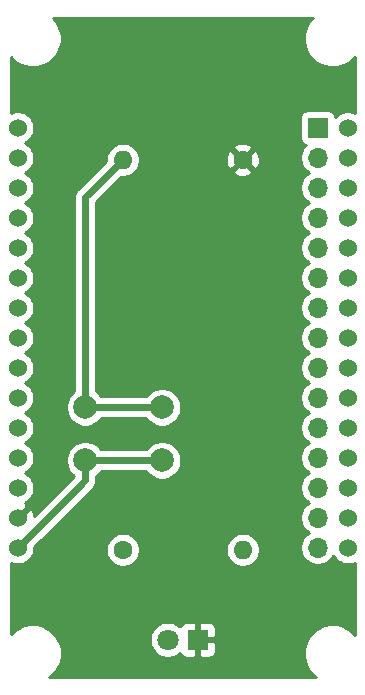
<source format=gbr>
%TF.GenerationSoftware,KiCad,Pcbnew,5.1.9*%
%TF.CreationDate,2021-03-28T18:49:31-04:00*%
%TF.ProjectId,easybutton,65617379-6275-4747-946f-6e2e6b696361,rev?*%
%TF.SameCoordinates,Original*%
%TF.FileFunction,Copper,L2,Bot*%
%TF.FilePolarity,Positive*%
%FSLAX46Y46*%
G04 Gerber Fmt 4.6, Leading zero omitted, Abs format (unit mm)*
G04 Created by KiCad (PCBNEW 5.1.9) date 2021-03-28 18:49:31*
%MOMM*%
%LPD*%
G01*
G04 APERTURE LIST*
%TA.AperFunction,ComponentPad*%
%ADD10C,1.524000*%
%TD*%
%TA.AperFunction,ComponentPad*%
%ADD11O,1.700000X1.700000*%
%TD*%
%TA.AperFunction,ComponentPad*%
%ADD12R,1.700000X1.700000*%
%TD*%
%TA.AperFunction,ComponentPad*%
%ADD13R,1.800000X1.800000*%
%TD*%
%TA.AperFunction,ComponentPad*%
%ADD14C,1.800000*%
%TD*%
%TA.AperFunction,ComponentPad*%
%ADD15C,1.600000*%
%TD*%
%TA.AperFunction,ComponentPad*%
%ADD16O,1.600000X1.600000*%
%TD*%
%TA.AperFunction,ComponentPad*%
%ADD17C,2.000000*%
%TD*%
%TA.AperFunction,Conductor*%
%ADD18C,0.600000*%
%TD*%
%TA.AperFunction,Conductor*%
%ADD19C,0.254000*%
%TD*%
%TA.AperFunction,Conductor*%
%ADD20C,0.100000*%
%TD*%
G04 APERTURE END LIST*
D10*
%TO.P,U1,1*%
%TO.N,Net-(U1-Pad1)*%
X154940000Y-78581250D03*
%TO.P,U1,2*%
%TO.N,Net-(U1-Pad2)*%
X154940000Y-81121250D03*
%TO.P,U1,3*%
%TO.N,Net-(U1-Pad3)*%
X154940000Y-83661250D03*
%TO.P,U1,4*%
%TO.N,Net-(U1-Pad4)*%
X154940000Y-86201250D03*
%TO.P,U1,5*%
%TO.N,Net-(U1-Pad5)*%
X154940000Y-88741250D03*
%TO.P,U1,6*%
%TO.N,Net-(U1-Pad6)*%
X154940000Y-91281250D03*
%TO.P,U1,7*%
%TO.N,Net-(U1-Pad7)*%
X154940000Y-93821250D03*
%TO.P,U1,8*%
%TO.N,Net-(U1-Pad8)*%
X154940000Y-96361250D03*
%TO.P,U1,9*%
%TO.N,Net-(U1-Pad9)*%
X154940000Y-98901250D03*
%TO.P,U1,10*%
%TO.N,Net-(U1-Pad10)*%
X154940000Y-101441250D03*
%TO.P,U1,11*%
%TO.N,Net-(U1-Pad11)*%
X154940000Y-103981250D03*
%TO.P,U1,12*%
%TO.N,Net-(U1-Pad12)*%
X154940000Y-106521250D03*
%TO.P,U1,13*%
%TO.N,Net-(U1-Pad13)*%
X154940000Y-109061250D03*
%TO.P,U1,14*%
%TO.N,Net-(U1-Pad14)*%
X154940000Y-111601250D03*
%TO.P,U1,15*%
%TO.N,Net-(U1-Pad15)*%
X154940000Y-114141250D03*
%TO.P,U1,16*%
%TO.N,VCC*%
X127000000Y-114141250D03*
%TO.P,U1,17*%
%TO.N,GND*%
X127000000Y-111601250D03*
%TO.P,U1,18*%
%TO.N,Net-(U1-Pad18)*%
X127000000Y-109061250D03*
%TO.P,U1,19*%
%TO.N,Net-(U1-Pad19)*%
X127000000Y-106521250D03*
%TO.P,U1,20*%
%TO.N,Net-(U1-Pad20)*%
X127000000Y-103981250D03*
%TO.P,U1,21*%
%TO.N,Net-(U1-Pad21)*%
X127000000Y-101441250D03*
%TO.P,U1,22*%
%TO.N,Net-(U1-Pad22)*%
X127000000Y-98901250D03*
%TO.P,U1,23*%
%TO.N,LED*%
X127000000Y-96361250D03*
%TO.P,U1,24*%
%TO.N,Net-(U1-Pad24)*%
X127000000Y-93821250D03*
%TO.P,U1,25*%
%TO.N,Net-(U1-Pad25)*%
X127000000Y-91281250D03*
%TO.P,U1,26*%
%TO.N,Net-(U1-Pad26)*%
X127000000Y-88741250D03*
%TO.P,U1,27*%
%TO.N,Net-(U1-Pad27)*%
X127000000Y-86201250D03*
%TO.P,U1,28*%
%TO.N,Net-(U1-Pad28)*%
X127000000Y-83661250D03*
%TO.P,U1,29*%
%TO.N,Buzzer*%
X127000000Y-81121250D03*
%TO.P,U1,30*%
%TO.N,Button*%
X127000000Y-78581250D03*
%TD*%
D11*
%TO.P,REF\u002A\u002A,15*%
%TO.N,N/C*%
X152400000Y-114122200D03*
%TO.P,REF\u002A\u002A,14*%
X152400000Y-111582200D03*
%TO.P,REF\u002A\u002A,13*%
X152400000Y-109042200D03*
%TO.P,REF\u002A\u002A,12*%
X152400000Y-106502200D03*
%TO.P,REF\u002A\u002A,11*%
X152400000Y-103962200D03*
%TO.P,REF\u002A\u002A,10*%
X152400000Y-101422200D03*
%TO.P,REF\u002A\u002A,9*%
X152400000Y-98882200D03*
%TO.P,REF\u002A\u002A,8*%
X152400000Y-96342200D03*
%TO.P,REF\u002A\u002A,7*%
X152400000Y-93802200D03*
%TO.P,REF\u002A\u002A,6*%
X152400000Y-91262200D03*
%TO.P,REF\u002A\u002A,5*%
X152400000Y-88722200D03*
%TO.P,REF\u002A\u002A,4*%
X152400000Y-86182200D03*
%TO.P,REF\u002A\u002A,3*%
X152400000Y-83642200D03*
%TO.P,REF\u002A\u002A,2*%
X152400000Y-81102200D03*
D12*
%TO.P,REF\u002A\u002A,1*%
X152400000Y-78562200D03*
%TD*%
D13*
%TO.P,D1,1*%
%TO.N,GND*%
X142240000Y-121920000D03*
D14*
%TO.P,D1,2*%
%TO.N,Net-(D1-Pad2)*%
X139700000Y-121920000D03*
%TD*%
D15*
%TO.P,R1,1*%
%TO.N,GND*%
X146050000Y-81280000D03*
D16*
%TO.P,R1,2*%
%TO.N,Button*%
X135890000Y-81280000D03*
%TD*%
D17*
%TO.P,SW1,2*%
%TO.N,VCC*%
X132715000Y-106735000D03*
%TO.P,SW1,1*%
%TO.N,Button*%
X132715000Y-102235000D03*
%TO.P,SW1,2*%
%TO.N,VCC*%
X139215000Y-106735000D03*
%TO.P,SW1,1*%
%TO.N,Button*%
X139215000Y-102235000D03*
%TD*%
D15*
%TO.P,R2,1*%
%TO.N,Net-(D1-Pad2)*%
X135890000Y-114300000D03*
D16*
%TO.P,R2,2*%
%TO.N,LED*%
X146050000Y-114300000D03*
%TD*%
D18*
%TO.N,Button*%
X139215000Y-102235000D02*
X132715000Y-102235000D01*
X132715000Y-84455000D02*
X135890000Y-81280000D01*
X132715000Y-102235000D02*
X132715000Y-84455000D01*
%TO.N,VCC*%
X139215000Y-106735000D02*
X132715000Y-106735000D01*
X132715000Y-108426250D02*
X132715000Y-106735000D01*
X127000000Y-114141250D02*
X132715000Y-108426250D01*
%TD*%
D19*
%TO.N,GND*%
X151769940Y-69433661D02*
X151502238Y-69834307D01*
X151317841Y-70279480D01*
X151223836Y-70752074D01*
X151223836Y-71233926D01*
X151317841Y-71706520D01*
X151502238Y-72151693D01*
X151769940Y-72552339D01*
X152110661Y-72893060D01*
X152511307Y-73160762D01*
X152956480Y-73345159D01*
X153429074Y-73439164D01*
X153910926Y-73439164D01*
X154383520Y-73345159D01*
X154828693Y-73160762D01*
X155229339Y-72893060D01*
X155550000Y-72572399D01*
X155550000Y-77321819D01*
X155347490Y-77237936D01*
X155077592Y-77184250D01*
X154802408Y-77184250D01*
X154532510Y-77237936D01*
X154278273Y-77343245D01*
X154049465Y-77496130D01*
X153883170Y-77662425D01*
X153875812Y-77587718D01*
X153839502Y-77468020D01*
X153780537Y-77357706D01*
X153701185Y-77261015D01*
X153604494Y-77181663D01*
X153494180Y-77122698D01*
X153374482Y-77086388D01*
X153250000Y-77074128D01*
X151550000Y-77074128D01*
X151425518Y-77086388D01*
X151305820Y-77122698D01*
X151195506Y-77181663D01*
X151098815Y-77261015D01*
X151019463Y-77357706D01*
X150960498Y-77468020D01*
X150924188Y-77587718D01*
X150911928Y-77712200D01*
X150911928Y-79412200D01*
X150924188Y-79536682D01*
X150960498Y-79656380D01*
X151019463Y-79766694D01*
X151098815Y-79863385D01*
X151195506Y-79942737D01*
X151305820Y-80001702D01*
X151378380Y-80023713D01*
X151246525Y-80155568D01*
X151084010Y-80398789D01*
X150972068Y-80669042D01*
X150915000Y-80955940D01*
X150915000Y-81248460D01*
X150972068Y-81535358D01*
X151084010Y-81805611D01*
X151246525Y-82048832D01*
X151453368Y-82255675D01*
X151627760Y-82372200D01*
X151453368Y-82488725D01*
X151246525Y-82695568D01*
X151084010Y-82938789D01*
X150972068Y-83209042D01*
X150915000Y-83495940D01*
X150915000Y-83788460D01*
X150972068Y-84075358D01*
X151084010Y-84345611D01*
X151246525Y-84588832D01*
X151453368Y-84795675D01*
X151627760Y-84912200D01*
X151453368Y-85028725D01*
X151246525Y-85235568D01*
X151084010Y-85478789D01*
X150972068Y-85749042D01*
X150915000Y-86035940D01*
X150915000Y-86328460D01*
X150972068Y-86615358D01*
X151084010Y-86885611D01*
X151246525Y-87128832D01*
X151453368Y-87335675D01*
X151627760Y-87452200D01*
X151453368Y-87568725D01*
X151246525Y-87775568D01*
X151084010Y-88018789D01*
X150972068Y-88289042D01*
X150915000Y-88575940D01*
X150915000Y-88868460D01*
X150972068Y-89155358D01*
X151084010Y-89425611D01*
X151246525Y-89668832D01*
X151453368Y-89875675D01*
X151627760Y-89992200D01*
X151453368Y-90108725D01*
X151246525Y-90315568D01*
X151084010Y-90558789D01*
X150972068Y-90829042D01*
X150915000Y-91115940D01*
X150915000Y-91408460D01*
X150972068Y-91695358D01*
X151084010Y-91965611D01*
X151246525Y-92208832D01*
X151453368Y-92415675D01*
X151627760Y-92532200D01*
X151453368Y-92648725D01*
X151246525Y-92855568D01*
X151084010Y-93098789D01*
X150972068Y-93369042D01*
X150915000Y-93655940D01*
X150915000Y-93948460D01*
X150972068Y-94235358D01*
X151084010Y-94505611D01*
X151246525Y-94748832D01*
X151453368Y-94955675D01*
X151627760Y-95072200D01*
X151453368Y-95188725D01*
X151246525Y-95395568D01*
X151084010Y-95638789D01*
X150972068Y-95909042D01*
X150915000Y-96195940D01*
X150915000Y-96488460D01*
X150972068Y-96775358D01*
X151084010Y-97045611D01*
X151246525Y-97288832D01*
X151453368Y-97495675D01*
X151627760Y-97612200D01*
X151453368Y-97728725D01*
X151246525Y-97935568D01*
X151084010Y-98178789D01*
X150972068Y-98449042D01*
X150915000Y-98735940D01*
X150915000Y-99028460D01*
X150972068Y-99315358D01*
X151084010Y-99585611D01*
X151246525Y-99828832D01*
X151453368Y-100035675D01*
X151627760Y-100152200D01*
X151453368Y-100268725D01*
X151246525Y-100475568D01*
X151084010Y-100718789D01*
X150972068Y-100989042D01*
X150915000Y-101275940D01*
X150915000Y-101568460D01*
X150972068Y-101855358D01*
X151084010Y-102125611D01*
X151246525Y-102368832D01*
X151453368Y-102575675D01*
X151627760Y-102692200D01*
X151453368Y-102808725D01*
X151246525Y-103015568D01*
X151084010Y-103258789D01*
X150972068Y-103529042D01*
X150915000Y-103815940D01*
X150915000Y-104108460D01*
X150972068Y-104395358D01*
X151084010Y-104665611D01*
X151246525Y-104908832D01*
X151453368Y-105115675D01*
X151627760Y-105232200D01*
X151453368Y-105348725D01*
X151246525Y-105555568D01*
X151084010Y-105798789D01*
X150972068Y-106069042D01*
X150915000Y-106355940D01*
X150915000Y-106648460D01*
X150972068Y-106935358D01*
X151084010Y-107205611D01*
X151246525Y-107448832D01*
X151453368Y-107655675D01*
X151627760Y-107772200D01*
X151453368Y-107888725D01*
X151246525Y-108095568D01*
X151084010Y-108338789D01*
X150972068Y-108609042D01*
X150915000Y-108895940D01*
X150915000Y-109188460D01*
X150972068Y-109475358D01*
X151084010Y-109745611D01*
X151246525Y-109988832D01*
X151453368Y-110195675D01*
X151627760Y-110312200D01*
X151453368Y-110428725D01*
X151246525Y-110635568D01*
X151084010Y-110878789D01*
X150972068Y-111149042D01*
X150915000Y-111435940D01*
X150915000Y-111728460D01*
X150972068Y-112015358D01*
X151084010Y-112285611D01*
X151246525Y-112528832D01*
X151453368Y-112735675D01*
X151627760Y-112852200D01*
X151453368Y-112968725D01*
X151246525Y-113175568D01*
X151084010Y-113418789D01*
X150972068Y-113689042D01*
X150915000Y-113975940D01*
X150915000Y-114268460D01*
X150972068Y-114555358D01*
X151084010Y-114825611D01*
X151246525Y-115068832D01*
X151453368Y-115275675D01*
X151696589Y-115438190D01*
X151966842Y-115550132D01*
X152253740Y-115607200D01*
X152546260Y-115607200D01*
X152833158Y-115550132D01*
X153103411Y-115438190D01*
X153346632Y-115275675D01*
X153553475Y-115068832D01*
X153715990Y-114825611D01*
X153716422Y-114824568D01*
X153854880Y-115031785D01*
X154049465Y-115226370D01*
X154278273Y-115379255D01*
X154532510Y-115484564D01*
X154802408Y-115538250D01*
X155077592Y-115538250D01*
X155347490Y-115484564D01*
X155550001Y-115400681D01*
X155550001Y-121483602D01*
X155229339Y-121162940D01*
X154828693Y-120895238D01*
X154383520Y-120710841D01*
X153910926Y-120616836D01*
X153429074Y-120616836D01*
X152956480Y-120710841D01*
X152511307Y-120895238D01*
X152110661Y-121162940D01*
X151769940Y-121503661D01*
X151502238Y-121904307D01*
X151317841Y-122349480D01*
X151223836Y-122822074D01*
X151223836Y-123303926D01*
X151317841Y-123776520D01*
X151502238Y-124221693D01*
X151769940Y-124622339D01*
X152110661Y-124963060D01*
X152270709Y-125070000D01*
X129677405Y-125070000D01*
X129832212Y-124966561D01*
X130173561Y-124625212D01*
X130441758Y-124223829D01*
X130626494Y-123777835D01*
X130720672Y-123304370D01*
X130720672Y-122821630D01*
X130626494Y-122348165D01*
X130441758Y-121902171D01*
X130352653Y-121768816D01*
X138165000Y-121768816D01*
X138165000Y-122071184D01*
X138223989Y-122367743D01*
X138339701Y-122647095D01*
X138507688Y-122898505D01*
X138721495Y-123112312D01*
X138972905Y-123280299D01*
X139252257Y-123396011D01*
X139548816Y-123455000D01*
X139851184Y-123455000D01*
X140147743Y-123396011D01*
X140427095Y-123280299D01*
X140678505Y-123112312D01*
X140744944Y-123045873D01*
X140750498Y-123064180D01*
X140809463Y-123174494D01*
X140888815Y-123271185D01*
X140985506Y-123350537D01*
X141095820Y-123409502D01*
X141215518Y-123445812D01*
X141340000Y-123458072D01*
X141954250Y-123455000D01*
X142113000Y-123296250D01*
X142113000Y-122047000D01*
X142367000Y-122047000D01*
X142367000Y-123296250D01*
X142525750Y-123455000D01*
X143140000Y-123458072D01*
X143264482Y-123445812D01*
X143384180Y-123409502D01*
X143494494Y-123350537D01*
X143591185Y-123271185D01*
X143670537Y-123174494D01*
X143729502Y-123064180D01*
X143765812Y-122944482D01*
X143778072Y-122820000D01*
X143775000Y-122205750D01*
X143616250Y-122047000D01*
X142367000Y-122047000D01*
X142113000Y-122047000D01*
X142093000Y-122047000D01*
X142093000Y-121793000D01*
X142113000Y-121793000D01*
X142113000Y-120543750D01*
X142367000Y-120543750D01*
X142367000Y-121793000D01*
X143616250Y-121793000D01*
X143775000Y-121634250D01*
X143778072Y-121020000D01*
X143765812Y-120895518D01*
X143729502Y-120775820D01*
X143670537Y-120665506D01*
X143591185Y-120568815D01*
X143494494Y-120489463D01*
X143384180Y-120430498D01*
X143264482Y-120394188D01*
X143140000Y-120381928D01*
X142525750Y-120385000D01*
X142367000Y-120543750D01*
X142113000Y-120543750D01*
X141954250Y-120385000D01*
X141340000Y-120381928D01*
X141215518Y-120394188D01*
X141095820Y-120430498D01*
X140985506Y-120489463D01*
X140888815Y-120568815D01*
X140809463Y-120665506D01*
X140750498Y-120775820D01*
X140744944Y-120794127D01*
X140678505Y-120727688D01*
X140427095Y-120559701D01*
X140147743Y-120443989D01*
X139851184Y-120385000D01*
X139548816Y-120385000D01*
X139252257Y-120443989D01*
X138972905Y-120559701D01*
X138721495Y-120727688D01*
X138507688Y-120941495D01*
X138339701Y-121192905D01*
X138223989Y-121472257D01*
X138165000Y-121768816D01*
X130352653Y-121768816D01*
X130173561Y-121500788D01*
X129832212Y-121159439D01*
X129430829Y-120891242D01*
X128984835Y-120706506D01*
X128511370Y-120612328D01*
X128028630Y-120612328D01*
X127555165Y-120706506D01*
X127109171Y-120891242D01*
X126707788Y-121159439D01*
X126390000Y-121477227D01*
X126390000Y-115400681D01*
X126592510Y-115484564D01*
X126862408Y-115538250D01*
X127137592Y-115538250D01*
X127407490Y-115484564D01*
X127661727Y-115379255D01*
X127890535Y-115226370D01*
X128085120Y-115031785D01*
X128238005Y-114802977D01*
X128343314Y-114548740D01*
X128397000Y-114278842D01*
X128397000Y-114158665D01*
X134455000Y-114158665D01*
X134455000Y-114441335D01*
X134510147Y-114718574D01*
X134618320Y-114979727D01*
X134775363Y-115214759D01*
X134975241Y-115414637D01*
X135210273Y-115571680D01*
X135471426Y-115679853D01*
X135748665Y-115735000D01*
X136031335Y-115735000D01*
X136308574Y-115679853D01*
X136569727Y-115571680D01*
X136804759Y-115414637D01*
X137004637Y-115214759D01*
X137161680Y-114979727D01*
X137269853Y-114718574D01*
X137325000Y-114441335D01*
X137325000Y-114158665D01*
X144615000Y-114158665D01*
X144615000Y-114441335D01*
X144670147Y-114718574D01*
X144778320Y-114979727D01*
X144935363Y-115214759D01*
X145135241Y-115414637D01*
X145370273Y-115571680D01*
X145631426Y-115679853D01*
X145908665Y-115735000D01*
X146191335Y-115735000D01*
X146468574Y-115679853D01*
X146729727Y-115571680D01*
X146964759Y-115414637D01*
X147164637Y-115214759D01*
X147321680Y-114979727D01*
X147429853Y-114718574D01*
X147485000Y-114441335D01*
X147485000Y-114158665D01*
X147429853Y-113881426D01*
X147321680Y-113620273D01*
X147164637Y-113385241D01*
X146964759Y-113185363D01*
X146729727Y-113028320D01*
X146468574Y-112920147D01*
X146191335Y-112865000D01*
X145908665Y-112865000D01*
X145631426Y-112920147D01*
X145370273Y-113028320D01*
X145135241Y-113185363D01*
X144935363Y-113385241D01*
X144778320Y-113620273D01*
X144670147Y-113881426D01*
X144615000Y-114158665D01*
X137325000Y-114158665D01*
X137269853Y-113881426D01*
X137161680Y-113620273D01*
X137004637Y-113385241D01*
X136804759Y-113185363D01*
X136569727Y-113028320D01*
X136308574Y-112920147D01*
X136031335Y-112865000D01*
X135748665Y-112865000D01*
X135471426Y-112920147D01*
X135210273Y-113028320D01*
X134975241Y-113185363D01*
X134775363Y-113385241D01*
X134618320Y-113620273D01*
X134510147Y-113881426D01*
X134455000Y-114158665D01*
X128397000Y-114158665D01*
X128397000Y-114066539D01*
X133343666Y-109119874D01*
X133379344Y-109090594D01*
X133496186Y-108948222D01*
X133552765Y-108842370D01*
X133583007Y-108785791D01*
X133636472Y-108609542D01*
X133654524Y-108426250D01*
X133650000Y-108380315D01*
X133650000Y-108076651D01*
X133757252Y-108004987D01*
X133984987Y-107777252D01*
X134056651Y-107670000D01*
X137873349Y-107670000D01*
X137945013Y-107777252D01*
X138172748Y-108004987D01*
X138440537Y-108183918D01*
X138738088Y-108307168D01*
X139053967Y-108370000D01*
X139376033Y-108370000D01*
X139691912Y-108307168D01*
X139989463Y-108183918D01*
X140257252Y-108004987D01*
X140484987Y-107777252D01*
X140663918Y-107509463D01*
X140787168Y-107211912D01*
X140850000Y-106896033D01*
X140850000Y-106573967D01*
X140787168Y-106258088D01*
X140663918Y-105960537D01*
X140484987Y-105692748D01*
X140257252Y-105465013D01*
X139989463Y-105286082D01*
X139691912Y-105162832D01*
X139376033Y-105100000D01*
X139053967Y-105100000D01*
X138738088Y-105162832D01*
X138440537Y-105286082D01*
X138172748Y-105465013D01*
X137945013Y-105692748D01*
X137873349Y-105800000D01*
X134056651Y-105800000D01*
X133984987Y-105692748D01*
X133757252Y-105465013D01*
X133489463Y-105286082D01*
X133191912Y-105162832D01*
X132876033Y-105100000D01*
X132553967Y-105100000D01*
X132238088Y-105162832D01*
X131940537Y-105286082D01*
X131672748Y-105465013D01*
X131445013Y-105692748D01*
X131266082Y-105960537D01*
X131142832Y-106258088D01*
X131080000Y-106573967D01*
X131080000Y-106896033D01*
X131142832Y-107211912D01*
X131266082Y-107509463D01*
X131445013Y-107777252D01*
X131672748Y-108004987D01*
X131757406Y-108061554D01*
X128387224Y-111431736D01*
X128360922Y-111257117D01*
X128267636Y-110998227D01*
X128205656Y-110882270D01*
X127965565Y-110815290D01*
X127179605Y-111601250D01*
X127193748Y-111615393D01*
X127014143Y-111794998D01*
X127000000Y-111780855D01*
X126985858Y-111794998D01*
X126806253Y-111615393D01*
X126820395Y-111601250D01*
X126806253Y-111587108D01*
X126985858Y-111407503D01*
X127000000Y-111421645D01*
X127785960Y-110635685D01*
X127718980Y-110395594D01*
X127583240Y-110331765D01*
X127661727Y-110299255D01*
X127890535Y-110146370D01*
X128085120Y-109951785D01*
X128238005Y-109722977D01*
X128343314Y-109468740D01*
X128397000Y-109198842D01*
X128397000Y-108923658D01*
X128343314Y-108653760D01*
X128238005Y-108399523D01*
X128085120Y-108170715D01*
X127890535Y-107976130D01*
X127661727Y-107823245D01*
X127584485Y-107791250D01*
X127661727Y-107759255D01*
X127890535Y-107606370D01*
X128085120Y-107411785D01*
X128238005Y-107182977D01*
X128343314Y-106928740D01*
X128397000Y-106658842D01*
X128397000Y-106383658D01*
X128343314Y-106113760D01*
X128238005Y-105859523D01*
X128085120Y-105630715D01*
X127890535Y-105436130D01*
X127661727Y-105283245D01*
X127584485Y-105251250D01*
X127661727Y-105219255D01*
X127890535Y-105066370D01*
X128085120Y-104871785D01*
X128238005Y-104642977D01*
X128343314Y-104388740D01*
X128397000Y-104118842D01*
X128397000Y-103843658D01*
X128343314Y-103573760D01*
X128238005Y-103319523D01*
X128085120Y-103090715D01*
X127890535Y-102896130D01*
X127661727Y-102743245D01*
X127584485Y-102711250D01*
X127661727Y-102679255D01*
X127890535Y-102526370D01*
X128085120Y-102331785D01*
X128238005Y-102102977D01*
X128250021Y-102073967D01*
X131080000Y-102073967D01*
X131080000Y-102396033D01*
X131142832Y-102711912D01*
X131266082Y-103009463D01*
X131445013Y-103277252D01*
X131672748Y-103504987D01*
X131940537Y-103683918D01*
X132238088Y-103807168D01*
X132553967Y-103870000D01*
X132876033Y-103870000D01*
X133191912Y-103807168D01*
X133489463Y-103683918D01*
X133757252Y-103504987D01*
X133984987Y-103277252D01*
X134056651Y-103170000D01*
X137873349Y-103170000D01*
X137945013Y-103277252D01*
X138172748Y-103504987D01*
X138440537Y-103683918D01*
X138738088Y-103807168D01*
X139053967Y-103870000D01*
X139376033Y-103870000D01*
X139691912Y-103807168D01*
X139989463Y-103683918D01*
X140257252Y-103504987D01*
X140484987Y-103277252D01*
X140663918Y-103009463D01*
X140787168Y-102711912D01*
X140850000Y-102396033D01*
X140850000Y-102073967D01*
X140787168Y-101758088D01*
X140663918Y-101460537D01*
X140484987Y-101192748D01*
X140257252Y-100965013D01*
X139989463Y-100786082D01*
X139691912Y-100662832D01*
X139376033Y-100600000D01*
X139053967Y-100600000D01*
X138738088Y-100662832D01*
X138440537Y-100786082D01*
X138172748Y-100965013D01*
X137945013Y-101192748D01*
X137873349Y-101300000D01*
X134056651Y-101300000D01*
X133984987Y-101192748D01*
X133757252Y-100965013D01*
X133650000Y-100893349D01*
X133650000Y-84842289D01*
X135777290Y-82715000D01*
X136031335Y-82715000D01*
X136308574Y-82659853D01*
X136569727Y-82551680D01*
X136804759Y-82394637D01*
X136926694Y-82272702D01*
X145236903Y-82272702D01*
X145308486Y-82516671D01*
X145563996Y-82637571D01*
X145838184Y-82706300D01*
X146120512Y-82720217D01*
X146400130Y-82678787D01*
X146666292Y-82583603D01*
X146791514Y-82516671D01*
X146863097Y-82272702D01*
X146050000Y-81459605D01*
X145236903Y-82272702D01*
X136926694Y-82272702D01*
X137004637Y-82194759D01*
X137161680Y-81959727D01*
X137269853Y-81698574D01*
X137325000Y-81421335D01*
X137325000Y-81350512D01*
X144609783Y-81350512D01*
X144651213Y-81630130D01*
X144746397Y-81896292D01*
X144813329Y-82021514D01*
X145057298Y-82093097D01*
X145870395Y-81280000D01*
X146229605Y-81280000D01*
X147042702Y-82093097D01*
X147286671Y-82021514D01*
X147407571Y-81766004D01*
X147476300Y-81491816D01*
X147490217Y-81209488D01*
X147448787Y-80929870D01*
X147353603Y-80663708D01*
X147286671Y-80538486D01*
X147042702Y-80466903D01*
X146229605Y-81280000D01*
X145870395Y-81280000D01*
X145057298Y-80466903D01*
X144813329Y-80538486D01*
X144692429Y-80793996D01*
X144623700Y-81068184D01*
X144609783Y-81350512D01*
X137325000Y-81350512D01*
X137325000Y-81138665D01*
X137269853Y-80861426D01*
X137161680Y-80600273D01*
X137004637Y-80365241D01*
X136926694Y-80287298D01*
X145236903Y-80287298D01*
X146050000Y-81100395D01*
X146863097Y-80287298D01*
X146791514Y-80043329D01*
X146536004Y-79922429D01*
X146261816Y-79853700D01*
X145979488Y-79839783D01*
X145699870Y-79881213D01*
X145433708Y-79976397D01*
X145308486Y-80043329D01*
X145236903Y-80287298D01*
X136926694Y-80287298D01*
X136804759Y-80165363D01*
X136569727Y-80008320D01*
X136308574Y-79900147D01*
X136031335Y-79845000D01*
X135748665Y-79845000D01*
X135471426Y-79900147D01*
X135210273Y-80008320D01*
X134975241Y-80165363D01*
X134775363Y-80365241D01*
X134618320Y-80600273D01*
X134510147Y-80861426D01*
X134455000Y-81138665D01*
X134455000Y-81392710D01*
X132086336Y-83761375D01*
X132050657Y-83790656D01*
X131933815Y-83933028D01*
X131861276Y-84068740D01*
X131846994Y-84095460D01*
X131793529Y-84271709D01*
X131775476Y-84455000D01*
X131780001Y-84500942D01*
X131780000Y-100893349D01*
X131672748Y-100965013D01*
X131445013Y-101192748D01*
X131266082Y-101460537D01*
X131142832Y-101758088D01*
X131080000Y-102073967D01*
X128250021Y-102073967D01*
X128343314Y-101848740D01*
X128397000Y-101578842D01*
X128397000Y-101303658D01*
X128343314Y-101033760D01*
X128238005Y-100779523D01*
X128085120Y-100550715D01*
X127890535Y-100356130D01*
X127661727Y-100203245D01*
X127584485Y-100171250D01*
X127661727Y-100139255D01*
X127890535Y-99986370D01*
X128085120Y-99791785D01*
X128238005Y-99562977D01*
X128343314Y-99308740D01*
X128397000Y-99038842D01*
X128397000Y-98763658D01*
X128343314Y-98493760D01*
X128238005Y-98239523D01*
X128085120Y-98010715D01*
X127890535Y-97816130D01*
X127661727Y-97663245D01*
X127584485Y-97631250D01*
X127661727Y-97599255D01*
X127890535Y-97446370D01*
X128085120Y-97251785D01*
X128238005Y-97022977D01*
X128343314Y-96768740D01*
X128397000Y-96498842D01*
X128397000Y-96223658D01*
X128343314Y-95953760D01*
X128238005Y-95699523D01*
X128085120Y-95470715D01*
X127890535Y-95276130D01*
X127661727Y-95123245D01*
X127584485Y-95091250D01*
X127661727Y-95059255D01*
X127890535Y-94906370D01*
X128085120Y-94711785D01*
X128238005Y-94482977D01*
X128343314Y-94228740D01*
X128397000Y-93958842D01*
X128397000Y-93683658D01*
X128343314Y-93413760D01*
X128238005Y-93159523D01*
X128085120Y-92930715D01*
X127890535Y-92736130D01*
X127661727Y-92583245D01*
X127584485Y-92551250D01*
X127661727Y-92519255D01*
X127890535Y-92366370D01*
X128085120Y-92171785D01*
X128238005Y-91942977D01*
X128343314Y-91688740D01*
X128397000Y-91418842D01*
X128397000Y-91143658D01*
X128343314Y-90873760D01*
X128238005Y-90619523D01*
X128085120Y-90390715D01*
X127890535Y-90196130D01*
X127661727Y-90043245D01*
X127584485Y-90011250D01*
X127661727Y-89979255D01*
X127890535Y-89826370D01*
X128085120Y-89631785D01*
X128238005Y-89402977D01*
X128343314Y-89148740D01*
X128397000Y-88878842D01*
X128397000Y-88603658D01*
X128343314Y-88333760D01*
X128238005Y-88079523D01*
X128085120Y-87850715D01*
X127890535Y-87656130D01*
X127661727Y-87503245D01*
X127584485Y-87471250D01*
X127661727Y-87439255D01*
X127890535Y-87286370D01*
X128085120Y-87091785D01*
X128238005Y-86862977D01*
X128343314Y-86608740D01*
X128397000Y-86338842D01*
X128397000Y-86063658D01*
X128343314Y-85793760D01*
X128238005Y-85539523D01*
X128085120Y-85310715D01*
X127890535Y-85116130D01*
X127661727Y-84963245D01*
X127584485Y-84931250D01*
X127661727Y-84899255D01*
X127890535Y-84746370D01*
X128085120Y-84551785D01*
X128238005Y-84322977D01*
X128343314Y-84068740D01*
X128397000Y-83798842D01*
X128397000Y-83523658D01*
X128343314Y-83253760D01*
X128238005Y-82999523D01*
X128085120Y-82770715D01*
X127890535Y-82576130D01*
X127661727Y-82423245D01*
X127584485Y-82391250D01*
X127661727Y-82359255D01*
X127890535Y-82206370D01*
X128085120Y-82011785D01*
X128238005Y-81782977D01*
X128343314Y-81528740D01*
X128397000Y-81258842D01*
X128397000Y-80983658D01*
X128343314Y-80713760D01*
X128238005Y-80459523D01*
X128085120Y-80230715D01*
X127890535Y-80036130D01*
X127661727Y-79883245D01*
X127584485Y-79851250D01*
X127661727Y-79819255D01*
X127890535Y-79666370D01*
X128085120Y-79471785D01*
X128238005Y-79242977D01*
X128343314Y-78988740D01*
X128397000Y-78718842D01*
X128397000Y-78443658D01*
X128343314Y-78173760D01*
X128238005Y-77919523D01*
X128085120Y-77690715D01*
X127890535Y-77496130D01*
X127661727Y-77343245D01*
X127407490Y-77237936D01*
X127137592Y-77184250D01*
X126862408Y-77184250D01*
X126592510Y-77237936D01*
X126390000Y-77321819D01*
X126390000Y-72572399D01*
X126710661Y-72893060D01*
X127111307Y-73160762D01*
X127556480Y-73345159D01*
X128029074Y-73439164D01*
X128510926Y-73439164D01*
X128983520Y-73345159D01*
X129428693Y-73160762D01*
X129829339Y-72893060D01*
X130170060Y-72552339D01*
X130437762Y-72151693D01*
X130622159Y-71706520D01*
X130716164Y-71233926D01*
X130716164Y-70752074D01*
X130622159Y-70279480D01*
X130437762Y-69834307D01*
X130170060Y-69433661D01*
X129976399Y-69240000D01*
X151963601Y-69240000D01*
X151769940Y-69433661D01*
%TA.AperFunction,Conductor*%
D20*
G36*
X151769940Y-69433661D02*
G01*
X151502238Y-69834307D01*
X151317841Y-70279480D01*
X151223836Y-70752074D01*
X151223836Y-71233926D01*
X151317841Y-71706520D01*
X151502238Y-72151693D01*
X151769940Y-72552339D01*
X152110661Y-72893060D01*
X152511307Y-73160762D01*
X152956480Y-73345159D01*
X153429074Y-73439164D01*
X153910926Y-73439164D01*
X154383520Y-73345159D01*
X154828693Y-73160762D01*
X155229339Y-72893060D01*
X155550000Y-72572399D01*
X155550000Y-77321819D01*
X155347490Y-77237936D01*
X155077592Y-77184250D01*
X154802408Y-77184250D01*
X154532510Y-77237936D01*
X154278273Y-77343245D01*
X154049465Y-77496130D01*
X153883170Y-77662425D01*
X153875812Y-77587718D01*
X153839502Y-77468020D01*
X153780537Y-77357706D01*
X153701185Y-77261015D01*
X153604494Y-77181663D01*
X153494180Y-77122698D01*
X153374482Y-77086388D01*
X153250000Y-77074128D01*
X151550000Y-77074128D01*
X151425518Y-77086388D01*
X151305820Y-77122698D01*
X151195506Y-77181663D01*
X151098815Y-77261015D01*
X151019463Y-77357706D01*
X150960498Y-77468020D01*
X150924188Y-77587718D01*
X150911928Y-77712200D01*
X150911928Y-79412200D01*
X150924188Y-79536682D01*
X150960498Y-79656380D01*
X151019463Y-79766694D01*
X151098815Y-79863385D01*
X151195506Y-79942737D01*
X151305820Y-80001702D01*
X151378380Y-80023713D01*
X151246525Y-80155568D01*
X151084010Y-80398789D01*
X150972068Y-80669042D01*
X150915000Y-80955940D01*
X150915000Y-81248460D01*
X150972068Y-81535358D01*
X151084010Y-81805611D01*
X151246525Y-82048832D01*
X151453368Y-82255675D01*
X151627760Y-82372200D01*
X151453368Y-82488725D01*
X151246525Y-82695568D01*
X151084010Y-82938789D01*
X150972068Y-83209042D01*
X150915000Y-83495940D01*
X150915000Y-83788460D01*
X150972068Y-84075358D01*
X151084010Y-84345611D01*
X151246525Y-84588832D01*
X151453368Y-84795675D01*
X151627760Y-84912200D01*
X151453368Y-85028725D01*
X151246525Y-85235568D01*
X151084010Y-85478789D01*
X150972068Y-85749042D01*
X150915000Y-86035940D01*
X150915000Y-86328460D01*
X150972068Y-86615358D01*
X151084010Y-86885611D01*
X151246525Y-87128832D01*
X151453368Y-87335675D01*
X151627760Y-87452200D01*
X151453368Y-87568725D01*
X151246525Y-87775568D01*
X151084010Y-88018789D01*
X150972068Y-88289042D01*
X150915000Y-88575940D01*
X150915000Y-88868460D01*
X150972068Y-89155358D01*
X151084010Y-89425611D01*
X151246525Y-89668832D01*
X151453368Y-89875675D01*
X151627760Y-89992200D01*
X151453368Y-90108725D01*
X151246525Y-90315568D01*
X151084010Y-90558789D01*
X150972068Y-90829042D01*
X150915000Y-91115940D01*
X150915000Y-91408460D01*
X150972068Y-91695358D01*
X151084010Y-91965611D01*
X151246525Y-92208832D01*
X151453368Y-92415675D01*
X151627760Y-92532200D01*
X151453368Y-92648725D01*
X151246525Y-92855568D01*
X151084010Y-93098789D01*
X150972068Y-93369042D01*
X150915000Y-93655940D01*
X150915000Y-93948460D01*
X150972068Y-94235358D01*
X151084010Y-94505611D01*
X151246525Y-94748832D01*
X151453368Y-94955675D01*
X151627760Y-95072200D01*
X151453368Y-95188725D01*
X151246525Y-95395568D01*
X151084010Y-95638789D01*
X150972068Y-95909042D01*
X150915000Y-96195940D01*
X150915000Y-96488460D01*
X150972068Y-96775358D01*
X151084010Y-97045611D01*
X151246525Y-97288832D01*
X151453368Y-97495675D01*
X151627760Y-97612200D01*
X151453368Y-97728725D01*
X151246525Y-97935568D01*
X151084010Y-98178789D01*
X150972068Y-98449042D01*
X150915000Y-98735940D01*
X150915000Y-99028460D01*
X150972068Y-99315358D01*
X151084010Y-99585611D01*
X151246525Y-99828832D01*
X151453368Y-100035675D01*
X151627760Y-100152200D01*
X151453368Y-100268725D01*
X151246525Y-100475568D01*
X151084010Y-100718789D01*
X150972068Y-100989042D01*
X150915000Y-101275940D01*
X150915000Y-101568460D01*
X150972068Y-101855358D01*
X151084010Y-102125611D01*
X151246525Y-102368832D01*
X151453368Y-102575675D01*
X151627760Y-102692200D01*
X151453368Y-102808725D01*
X151246525Y-103015568D01*
X151084010Y-103258789D01*
X150972068Y-103529042D01*
X150915000Y-103815940D01*
X150915000Y-104108460D01*
X150972068Y-104395358D01*
X151084010Y-104665611D01*
X151246525Y-104908832D01*
X151453368Y-105115675D01*
X151627760Y-105232200D01*
X151453368Y-105348725D01*
X151246525Y-105555568D01*
X151084010Y-105798789D01*
X150972068Y-106069042D01*
X150915000Y-106355940D01*
X150915000Y-106648460D01*
X150972068Y-106935358D01*
X151084010Y-107205611D01*
X151246525Y-107448832D01*
X151453368Y-107655675D01*
X151627760Y-107772200D01*
X151453368Y-107888725D01*
X151246525Y-108095568D01*
X151084010Y-108338789D01*
X150972068Y-108609042D01*
X150915000Y-108895940D01*
X150915000Y-109188460D01*
X150972068Y-109475358D01*
X151084010Y-109745611D01*
X151246525Y-109988832D01*
X151453368Y-110195675D01*
X151627760Y-110312200D01*
X151453368Y-110428725D01*
X151246525Y-110635568D01*
X151084010Y-110878789D01*
X150972068Y-111149042D01*
X150915000Y-111435940D01*
X150915000Y-111728460D01*
X150972068Y-112015358D01*
X151084010Y-112285611D01*
X151246525Y-112528832D01*
X151453368Y-112735675D01*
X151627760Y-112852200D01*
X151453368Y-112968725D01*
X151246525Y-113175568D01*
X151084010Y-113418789D01*
X150972068Y-113689042D01*
X150915000Y-113975940D01*
X150915000Y-114268460D01*
X150972068Y-114555358D01*
X151084010Y-114825611D01*
X151246525Y-115068832D01*
X151453368Y-115275675D01*
X151696589Y-115438190D01*
X151966842Y-115550132D01*
X152253740Y-115607200D01*
X152546260Y-115607200D01*
X152833158Y-115550132D01*
X153103411Y-115438190D01*
X153346632Y-115275675D01*
X153553475Y-115068832D01*
X153715990Y-114825611D01*
X153716422Y-114824568D01*
X153854880Y-115031785D01*
X154049465Y-115226370D01*
X154278273Y-115379255D01*
X154532510Y-115484564D01*
X154802408Y-115538250D01*
X155077592Y-115538250D01*
X155347490Y-115484564D01*
X155550001Y-115400681D01*
X155550001Y-121483602D01*
X155229339Y-121162940D01*
X154828693Y-120895238D01*
X154383520Y-120710841D01*
X153910926Y-120616836D01*
X153429074Y-120616836D01*
X152956480Y-120710841D01*
X152511307Y-120895238D01*
X152110661Y-121162940D01*
X151769940Y-121503661D01*
X151502238Y-121904307D01*
X151317841Y-122349480D01*
X151223836Y-122822074D01*
X151223836Y-123303926D01*
X151317841Y-123776520D01*
X151502238Y-124221693D01*
X151769940Y-124622339D01*
X152110661Y-124963060D01*
X152270709Y-125070000D01*
X129677405Y-125070000D01*
X129832212Y-124966561D01*
X130173561Y-124625212D01*
X130441758Y-124223829D01*
X130626494Y-123777835D01*
X130720672Y-123304370D01*
X130720672Y-122821630D01*
X130626494Y-122348165D01*
X130441758Y-121902171D01*
X130352653Y-121768816D01*
X138165000Y-121768816D01*
X138165000Y-122071184D01*
X138223989Y-122367743D01*
X138339701Y-122647095D01*
X138507688Y-122898505D01*
X138721495Y-123112312D01*
X138972905Y-123280299D01*
X139252257Y-123396011D01*
X139548816Y-123455000D01*
X139851184Y-123455000D01*
X140147743Y-123396011D01*
X140427095Y-123280299D01*
X140678505Y-123112312D01*
X140744944Y-123045873D01*
X140750498Y-123064180D01*
X140809463Y-123174494D01*
X140888815Y-123271185D01*
X140985506Y-123350537D01*
X141095820Y-123409502D01*
X141215518Y-123445812D01*
X141340000Y-123458072D01*
X141954250Y-123455000D01*
X142113000Y-123296250D01*
X142113000Y-122047000D01*
X142367000Y-122047000D01*
X142367000Y-123296250D01*
X142525750Y-123455000D01*
X143140000Y-123458072D01*
X143264482Y-123445812D01*
X143384180Y-123409502D01*
X143494494Y-123350537D01*
X143591185Y-123271185D01*
X143670537Y-123174494D01*
X143729502Y-123064180D01*
X143765812Y-122944482D01*
X143778072Y-122820000D01*
X143775000Y-122205750D01*
X143616250Y-122047000D01*
X142367000Y-122047000D01*
X142113000Y-122047000D01*
X142093000Y-122047000D01*
X142093000Y-121793000D01*
X142113000Y-121793000D01*
X142113000Y-120543750D01*
X142367000Y-120543750D01*
X142367000Y-121793000D01*
X143616250Y-121793000D01*
X143775000Y-121634250D01*
X143778072Y-121020000D01*
X143765812Y-120895518D01*
X143729502Y-120775820D01*
X143670537Y-120665506D01*
X143591185Y-120568815D01*
X143494494Y-120489463D01*
X143384180Y-120430498D01*
X143264482Y-120394188D01*
X143140000Y-120381928D01*
X142525750Y-120385000D01*
X142367000Y-120543750D01*
X142113000Y-120543750D01*
X141954250Y-120385000D01*
X141340000Y-120381928D01*
X141215518Y-120394188D01*
X141095820Y-120430498D01*
X140985506Y-120489463D01*
X140888815Y-120568815D01*
X140809463Y-120665506D01*
X140750498Y-120775820D01*
X140744944Y-120794127D01*
X140678505Y-120727688D01*
X140427095Y-120559701D01*
X140147743Y-120443989D01*
X139851184Y-120385000D01*
X139548816Y-120385000D01*
X139252257Y-120443989D01*
X138972905Y-120559701D01*
X138721495Y-120727688D01*
X138507688Y-120941495D01*
X138339701Y-121192905D01*
X138223989Y-121472257D01*
X138165000Y-121768816D01*
X130352653Y-121768816D01*
X130173561Y-121500788D01*
X129832212Y-121159439D01*
X129430829Y-120891242D01*
X128984835Y-120706506D01*
X128511370Y-120612328D01*
X128028630Y-120612328D01*
X127555165Y-120706506D01*
X127109171Y-120891242D01*
X126707788Y-121159439D01*
X126390000Y-121477227D01*
X126390000Y-115400681D01*
X126592510Y-115484564D01*
X126862408Y-115538250D01*
X127137592Y-115538250D01*
X127407490Y-115484564D01*
X127661727Y-115379255D01*
X127890535Y-115226370D01*
X128085120Y-115031785D01*
X128238005Y-114802977D01*
X128343314Y-114548740D01*
X128397000Y-114278842D01*
X128397000Y-114158665D01*
X134455000Y-114158665D01*
X134455000Y-114441335D01*
X134510147Y-114718574D01*
X134618320Y-114979727D01*
X134775363Y-115214759D01*
X134975241Y-115414637D01*
X135210273Y-115571680D01*
X135471426Y-115679853D01*
X135748665Y-115735000D01*
X136031335Y-115735000D01*
X136308574Y-115679853D01*
X136569727Y-115571680D01*
X136804759Y-115414637D01*
X137004637Y-115214759D01*
X137161680Y-114979727D01*
X137269853Y-114718574D01*
X137325000Y-114441335D01*
X137325000Y-114158665D01*
X144615000Y-114158665D01*
X144615000Y-114441335D01*
X144670147Y-114718574D01*
X144778320Y-114979727D01*
X144935363Y-115214759D01*
X145135241Y-115414637D01*
X145370273Y-115571680D01*
X145631426Y-115679853D01*
X145908665Y-115735000D01*
X146191335Y-115735000D01*
X146468574Y-115679853D01*
X146729727Y-115571680D01*
X146964759Y-115414637D01*
X147164637Y-115214759D01*
X147321680Y-114979727D01*
X147429853Y-114718574D01*
X147485000Y-114441335D01*
X147485000Y-114158665D01*
X147429853Y-113881426D01*
X147321680Y-113620273D01*
X147164637Y-113385241D01*
X146964759Y-113185363D01*
X146729727Y-113028320D01*
X146468574Y-112920147D01*
X146191335Y-112865000D01*
X145908665Y-112865000D01*
X145631426Y-112920147D01*
X145370273Y-113028320D01*
X145135241Y-113185363D01*
X144935363Y-113385241D01*
X144778320Y-113620273D01*
X144670147Y-113881426D01*
X144615000Y-114158665D01*
X137325000Y-114158665D01*
X137269853Y-113881426D01*
X137161680Y-113620273D01*
X137004637Y-113385241D01*
X136804759Y-113185363D01*
X136569727Y-113028320D01*
X136308574Y-112920147D01*
X136031335Y-112865000D01*
X135748665Y-112865000D01*
X135471426Y-112920147D01*
X135210273Y-113028320D01*
X134975241Y-113185363D01*
X134775363Y-113385241D01*
X134618320Y-113620273D01*
X134510147Y-113881426D01*
X134455000Y-114158665D01*
X128397000Y-114158665D01*
X128397000Y-114066539D01*
X133343666Y-109119874D01*
X133379344Y-109090594D01*
X133496186Y-108948222D01*
X133552765Y-108842370D01*
X133583007Y-108785791D01*
X133636472Y-108609542D01*
X133654524Y-108426250D01*
X133650000Y-108380315D01*
X133650000Y-108076651D01*
X133757252Y-108004987D01*
X133984987Y-107777252D01*
X134056651Y-107670000D01*
X137873349Y-107670000D01*
X137945013Y-107777252D01*
X138172748Y-108004987D01*
X138440537Y-108183918D01*
X138738088Y-108307168D01*
X139053967Y-108370000D01*
X139376033Y-108370000D01*
X139691912Y-108307168D01*
X139989463Y-108183918D01*
X140257252Y-108004987D01*
X140484987Y-107777252D01*
X140663918Y-107509463D01*
X140787168Y-107211912D01*
X140850000Y-106896033D01*
X140850000Y-106573967D01*
X140787168Y-106258088D01*
X140663918Y-105960537D01*
X140484987Y-105692748D01*
X140257252Y-105465013D01*
X139989463Y-105286082D01*
X139691912Y-105162832D01*
X139376033Y-105100000D01*
X139053967Y-105100000D01*
X138738088Y-105162832D01*
X138440537Y-105286082D01*
X138172748Y-105465013D01*
X137945013Y-105692748D01*
X137873349Y-105800000D01*
X134056651Y-105800000D01*
X133984987Y-105692748D01*
X133757252Y-105465013D01*
X133489463Y-105286082D01*
X133191912Y-105162832D01*
X132876033Y-105100000D01*
X132553967Y-105100000D01*
X132238088Y-105162832D01*
X131940537Y-105286082D01*
X131672748Y-105465013D01*
X131445013Y-105692748D01*
X131266082Y-105960537D01*
X131142832Y-106258088D01*
X131080000Y-106573967D01*
X131080000Y-106896033D01*
X131142832Y-107211912D01*
X131266082Y-107509463D01*
X131445013Y-107777252D01*
X131672748Y-108004987D01*
X131757406Y-108061554D01*
X128387224Y-111431736D01*
X128360922Y-111257117D01*
X128267636Y-110998227D01*
X128205656Y-110882270D01*
X127965565Y-110815290D01*
X127179605Y-111601250D01*
X127193748Y-111615393D01*
X127014143Y-111794998D01*
X127000000Y-111780855D01*
X126985858Y-111794998D01*
X126806253Y-111615393D01*
X126820395Y-111601250D01*
X126806253Y-111587108D01*
X126985858Y-111407503D01*
X127000000Y-111421645D01*
X127785960Y-110635685D01*
X127718980Y-110395594D01*
X127583240Y-110331765D01*
X127661727Y-110299255D01*
X127890535Y-110146370D01*
X128085120Y-109951785D01*
X128238005Y-109722977D01*
X128343314Y-109468740D01*
X128397000Y-109198842D01*
X128397000Y-108923658D01*
X128343314Y-108653760D01*
X128238005Y-108399523D01*
X128085120Y-108170715D01*
X127890535Y-107976130D01*
X127661727Y-107823245D01*
X127584485Y-107791250D01*
X127661727Y-107759255D01*
X127890535Y-107606370D01*
X128085120Y-107411785D01*
X128238005Y-107182977D01*
X128343314Y-106928740D01*
X128397000Y-106658842D01*
X128397000Y-106383658D01*
X128343314Y-106113760D01*
X128238005Y-105859523D01*
X128085120Y-105630715D01*
X127890535Y-105436130D01*
X127661727Y-105283245D01*
X127584485Y-105251250D01*
X127661727Y-105219255D01*
X127890535Y-105066370D01*
X128085120Y-104871785D01*
X128238005Y-104642977D01*
X128343314Y-104388740D01*
X128397000Y-104118842D01*
X128397000Y-103843658D01*
X128343314Y-103573760D01*
X128238005Y-103319523D01*
X128085120Y-103090715D01*
X127890535Y-102896130D01*
X127661727Y-102743245D01*
X127584485Y-102711250D01*
X127661727Y-102679255D01*
X127890535Y-102526370D01*
X128085120Y-102331785D01*
X128238005Y-102102977D01*
X128250021Y-102073967D01*
X131080000Y-102073967D01*
X131080000Y-102396033D01*
X131142832Y-102711912D01*
X131266082Y-103009463D01*
X131445013Y-103277252D01*
X131672748Y-103504987D01*
X131940537Y-103683918D01*
X132238088Y-103807168D01*
X132553967Y-103870000D01*
X132876033Y-103870000D01*
X133191912Y-103807168D01*
X133489463Y-103683918D01*
X133757252Y-103504987D01*
X133984987Y-103277252D01*
X134056651Y-103170000D01*
X137873349Y-103170000D01*
X137945013Y-103277252D01*
X138172748Y-103504987D01*
X138440537Y-103683918D01*
X138738088Y-103807168D01*
X139053967Y-103870000D01*
X139376033Y-103870000D01*
X139691912Y-103807168D01*
X139989463Y-103683918D01*
X140257252Y-103504987D01*
X140484987Y-103277252D01*
X140663918Y-103009463D01*
X140787168Y-102711912D01*
X140850000Y-102396033D01*
X140850000Y-102073967D01*
X140787168Y-101758088D01*
X140663918Y-101460537D01*
X140484987Y-101192748D01*
X140257252Y-100965013D01*
X139989463Y-100786082D01*
X139691912Y-100662832D01*
X139376033Y-100600000D01*
X139053967Y-100600000D01*
X138738088Y-100662832D01*
X138440537Y-100786082D01*
X138172748Y-100965013D01*
X137945013Y-101192748D01*
X137873349Y-101300000D01*
X134056651Y-101300000D01*
X133984987Y-101192748D01*
X133757252Y-100965013D01*
X133650000Y-100893349D01*
X133650000Y-84842289D01*
X135777290Y-82715000D01*
X136031335Y-82715000D01*
X136308574Y-82659853D01*
X136569727Y-82551680D01*
X136804759Y-82394637D01*
X136926694Y-82272702D01*
X145236903Y-82272702D01*
X145308486Y-82516671D01*
X145563996Y-82637571D01*
X145838184Y-82706300D01*
X146120512Y-82720217D01*
X146400130Y-82678787D01*
X146666292Y-82583603D01*
X146791514Y-82516671D01*
X146863097Y-82272702D01*
X146050000Y-81459605D01*
X145236903Y-82272702D01*
X136926694Y-82272702D01*
X137004637Y-82194759D01*
X137161680Y-81959727D01*
X137269853Y-81698574D01*
X137325000Y-81421335D01*
X137325000Y-81350512D01*
X144609783Y-81350512D01*
X144651213Y-81630130D01*
X144746397Y-81896292D01*
X144813329Y-82021514D01*
X145057298Y-82093097D01*
X145870395Y-81280000D01*
X146229605Y-81280000D01*
X147042702Y-82093097D01*
X147286671Y-82021514D01*
X147407571Y-81766004D01*
X147476300Y-81491816D01*
X147490217Y-81209488D01*
X147448787Y-80929870D01*
X147353603Y-80663708D01*
X147286671Y-80538486D01*
X147042702Y-80466903D01*
X146229605Y-81280000D01*
X145870395Y-81280000D01*
X145057298Y-80466903D01*
X144813329Y-80538486D01*
X144692429Y-80793996D01*
X144623700Y-81068184D01*
X144609783Y-81350512D01*
X137325000Y-81350512D01*
X137325000Y-81138665D01*
X137269853Y-80861426D01*
X137161680Y-80600273D01*
X137004637Y-80365241D01*
X136926694Y-80287298D01*
X145236903Y-80287298D01*
X146050000Y-81100395D01*
X146863097Y-80287298D01*
X146791514Y-80043329D01*
X146536004Y-79922429D01*
X146261816Y-79853700D01*
X145979488Y-79839783D01*
X145699870Y-79881213D01*
X145433708Y-79976397D01*
X145308486Y-80043329D01*
X145236903Y-80287298D01*
X136926694Y-80287298D01*
X136804759Y-80165363D01*
X136569727Y-80008320D01*
X136308574Y-79900147D01*
X136031335Y-79845000D01*
X135748665Y-79845000D01*
X135471426Y-79900147D01*
X135210273Y-80008320D01*
X134975241Y-80165363D01*
X134775363Y-80365241D01*
X134618320Y-80600273D01*
X134510147Y-80861426D01*
X134455000Y-81138665D01*
X134455000Y-81392710D01*
X132086336Y-83761375D01*
X132050657Y-83790656D01*
X131933815Y-83933028D01*
X131861276Y-84068740D01*
X131846994Y-84095460D01*
X131793529Y-84271709D01*
X131775476Y-84455000D01*
X131780001Y-84500942D01*
X131780000Y-100893349D01*
X131672748Y-100965013D01*
X131445013Y-101192748D01*
X131266082Y-101460537D01*
X131142832Y-101758088D01*
X131080000Y-102073967D01*
X128250021Y-102073967D01*
X128343314Y-101848740D01*
X128397000Y-101578842D01*
X128397000Y-101303658D01*
X128343314Y-101033760D01*
X128238005Y-100779523D01*
X128085120Y-100550715D01*
X127890535Y-100356130D01*
X127661727Y-100203245D01*
X127584485Y-100171250D01*
X127661727Y-100139255D01*
X127890535Y-99986370D01*
X128085120Y-99791785D01*
X128238005Y-99562977D01*
X128343314Y-99308740D01*
X128397000Y-99038842D01*
X128397000Y-98763658D01*
X128343314Y-98493760D01*
X128238005Y-98239523D01*
X128085120Y-98010715D01*
X127890535Y-97816130D01*
X127661727Y-97663245D01*
X127584485Y-97631250D01*
X127661727Y-97599255D01*
X127890535Y-97446370D01*
X128085120Y-97251785D01*
X128238005Y-97022977D01*
X128343314Y-96768740D01*
X128397000Y-96498842D01*
X128397000Y-96223658D01*
X128343314Y-95953760D01*
X128238005Y-95699523D01*
X128085120Y-95470715D01*
X127890535Y-95276130D01*
X127661727Y-95123245D01*
X127584485Y-95091250D01*
X127661727Y-95059255D01*
X127890535Y-94906370D01*
X128085120Y-94711785D01*
X128238005Y-94482977D01*
X128343314Y-94228740D01*
X128397000Y-93958842D01*
X128397000Y-93683658D01*
X128343314Y-93413760D01*
X128238005Y-93159523D01*
X128085120Y-92930715D01*
X127890535Y-92736130D01*
X127661727Y-92583245D01*
X127584485Y-92551250D01*
X127661727Y-92519255D01*
X127890535Y-92366370D01*
X128085120Y-92171785D01*
X128238005Y-91942977D01*
X128343314Y-91688740D01*
X128397000Y-91418842D01*
X128397000Y-91143658D01*
X128343314Y-90873760D01*
X128238005Y-90619523D01*
X128085120Y-90390715D01*
X127890535Y-90196130D01*
X127661727Y-90043245D01*
X127584485Y-90011250D01*
X127661727Y-89979255D01*
X127890535Y-89826370D01*
X128085120Y-89631785D01*
X128238005Y-89402977D01*
X128343314Y-89148740D01*
X128397000Y-88878842D01*
X128397000Y-88603658D01*
X128343314Y-88333760D01*
X128238005Y-88079523D01*
X128085120Y-87850715D01*
X127890535Y-87656130D01*
X127661727Y-87503245D01*
X127584485Y-87471250D01*
X127661727Y-87439255D01*
X127890535Y-87286370D01*
X128085120Y-87091785D01*
X128238005Y-86862977D01*
X128343314Y-86608740D01*
X128397000Y-86338842D01*
X128397000Y-86063658D01*
X128343314Y-85793760D01*
X128238005Y-85539523D01*
X128085120Y-85310715D01*
X127890535Y-85116130D01*
X127661727Y-84963245D01*
X127584485Y-84931250D01*
X127661727Y-84899255D01*
X127890535Y-84746370D01*
X128085120Y-84551785D01*
X128238005Y-84322977D01*
X128343314Y-84068740D01*
X128397000Y-83798842D01*
X128397000Y-83523658D01*
X128343314Y-83253760D01*
X128238005Y-82999523D01*
X128085120Y-82770715D01*
X127890535Y-82576130D01*
X127661727Y-82423245D01*
X127584485Y-82391250D01*
X127661727Y-82359255D01*
X127890535Y-82206370D01*
X128085120Y-82011785D01*
X128238005Y-81782977D01*
X128343314Y-81528740D01*
X128397000Y-81258842D01*
X128397000Y-80983658D01*
X128343314Y-80713760D01*
X128238005Y-80459523D01*
X128085120Y-80230715D01*
X127890535Y-80036130D01*
X127661727Y-79883245D01*
X127584485Y-79851250D01*
X127661727Y-79819255D01*
X127890535Y-79666370D01*
X128085120Y-79471785D01*
X128238005Y-79242977D01*
X128343314Y-78988740D01*
X128397000Y-78718842D01*
X128397000Y-78443658D01*
X128343314Y-78173760D01*
X128238005Y-77919523D01*
X128085120Y-77690715D01*
X127890535Y-77496130D01*
X127661727Y-77343245D01*
X127407490Y-77237936D01*
X127137592Y-77184250D01*
X126862408Y-77184250D01*
X126592510Y-77237936D01*
X126390000Y-77321819D01*
X126390000Y-72572399D01*
X126710661Y-72893060D01*
X127111307Y-73160762D01*
X127556480Y-73345159D01*
X128029074Y-73439164D01*
X128510926Y-73439164D01*
X128983520Y-73345159D01*
X129428693Y-73160762D01*
X129829339Y-72893060D01*
X130170060Y-72552339D01*
X130437762Y-72151693D01*
X130622159Y-71706520D01*
X130716164Y-71233926D01*
X130716164Y-70752074D01*
X130622159Y-70279480D01*
X130437762Y-69834307D01*
X130170060Y-69433661D01*
X129976399Y-69240000D01*
X151963601Y-69240000D01*
X151769940Y-69433661D01*
G37*
%TD.AperFunction*%
%TD*%
M02*

</source>
